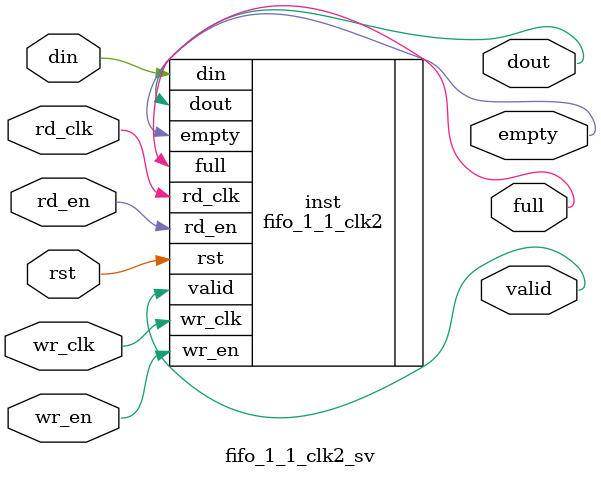
<source format=sv>


`timescale 1ps / 1ps

`include "vivado_interfaces.svh"

module fifo_1_1_clk2_sv (
  (* X_INTERFACE_IGNORE = "true" *)
  input wire rst,
  (* X_INTERFACE_IGNORE = "true" *)
  input wire wr_clk,
  (* X_INTERFACE_IGNORE = "true" *)
  input wire rd_clk,
  (* X_INTERFACE_IGNORE = "true" *)
  input wire [0:0] din,
  (* X_INTERFACE_IGNORE = "true" *)
  input wire wr_en,
  (* X_INTERFACE_IGNORE = "true" *)
  input wire rd_en,
  (* X_INTERFACE_IGNORE = "true" *)
  output wire [0:0] dout,
  (* X_INTERFACE_IGNORE = "true" *)
  output wire full,
  (* X_INTERFACE_IGNORE = "true" *)
  output wire empty,
  (* X_INTERFACE_IGNORE = "true" *)
  output wire valid
);

  fifo_1_1_clk2 inst (
    .rst(rst),
    .wr_clk(wr_clk),
    .rd_clk(rd_clk),
    .din(din),
    .wr_en(wr_en),
    .rd_en(rd_en),
    .dout(dout),
    .full(full),
    .empty(empty),
    .valid(valid)
  );

endmodule

</source>
